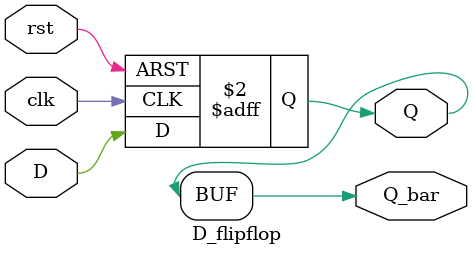
<source format=sv>
module D_flipflop(
 input  clk, rst,
 input  D,
 output Q, Q_bar
 );
 assign Q_bar = Q;
 always @(posedge clk, posedge rst)
 begin
 if (rst)
 Q <= 1'b0;
 else
 Q <= D;
end
endmodule
</source>
